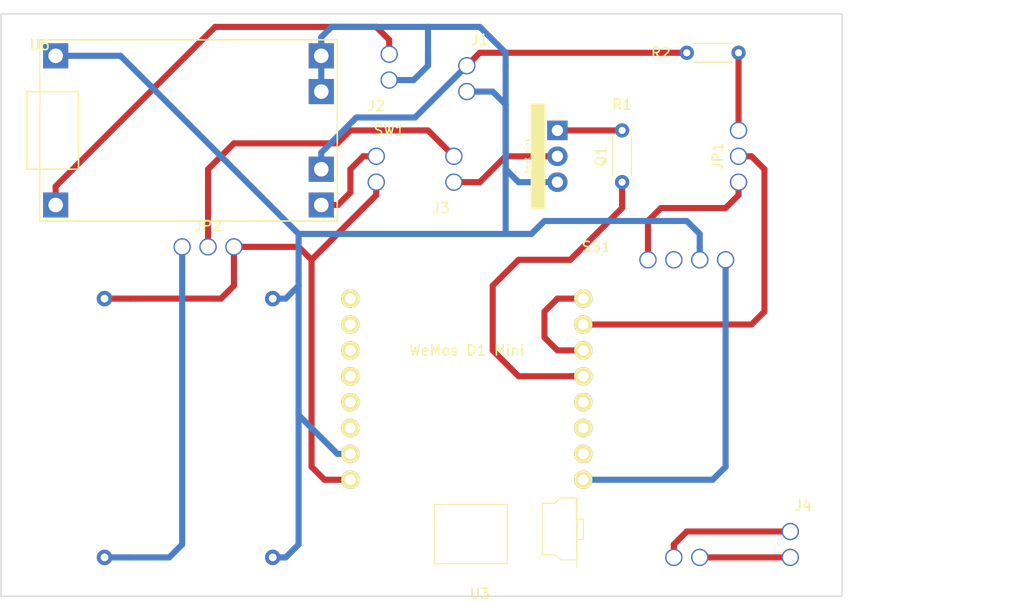
<source format=kicad_pcb>
(kicad_pcb (version 20171130) (host pcbnew "(5.0.2)-1")

  (general
    (thickness 1.6)
    (drawings 9)
    (tracks 117)
    (zones 0)
    (modules 14)
    (nets 18)
  )

  (page A4)
  (layers
    (0 F.Cu signal)
    (31 B.Cu power)
    (32 B.Adhes user)
    (33 F.Adhes user)
    (34 B.Paste user)
    (35 F.Paste user)
    (36 B.SilkS user)
    (37 F.SilkS user)
    (38 B.Mask user)
    (39 F.Mask user)
    (40 Dwgs.User user)
    (41 Cmts.User user)
    (42 Eco1.User user)
    (43 Eco2.User user)
    (44 Edge.Cuts user)
    (45 Margin user)
    (46 B.CrtYd user)
    (47 F.CrtYd user)
    (48 B.Fab user)
    (49 F.Fab user)
  )

  (setup
    (last_trace_width 0.6)
    (trace_clearance 0.4)
    (zone_clearance 0.508)
    (zone_45_only no)
    (trace_min 0.2)
    (segment_width 0.2)
    (edge_width 0.1)
    (via_size 0.8)
    (via_drill 0.4)
    (via_min_size 0.4)
    (via_min_drill 0.3)
    (uvia_size 0.3)
    (uvia_drill 0.1)
    (uvias_allowed no)
    (uvia_min_size 0.2)
    (uvia_min_drill 0.1)
    (pcb_text_width 0.3)
    (pcb_text_size 1.5 1.5)
    (mod_edge_width 0.15)
    (mod_text_size 1 1)
    (mod_text_width 0.15)
    (pad_size 1.5 1.5)
    (pad_drill 0.6)
    (pad_to_mask_clearance 0)
    (solder_mask_min_width 0.25)
    (aux_axis_origin 0 0)
    (visible_elements 7FFFFFFF)
    (pcbplotparams
      (layerselection 0x010fc_ffffffff)
      (usegerberextensions false)
      (usegerberattributes false)
      (usegerberadvancedattributes false)
      (creategerberjobfile false)
      (excludeedgelayer true)
      (linewidth 0.100000)
      (plotframeref false)
      (viasonmask false)
      (mode 1)
      (useauxorigin false)
      (hpglpennumber 1)
      (hpglpenspeed 20)
      (hpglpendiameter 15.000000)
      (psnegative false)
      (psa4output false)
      (plotreference true)
      (plotvalue true)
      (plotinvisibletext false)
      (padsonsilk false)
      (subtractmaskfromsilk false)
      (outputformat 1)
      (mirror false)
      (drillshape 1)
      (scaleselection 1)
      (outputdirectory ""))
  )

  (net 0 "")
  (net 1 "Net-(J1-Pad1)")
  (net 2 GND)
  (net 3 "Net-(J2-Pad2)")
  (net 4 "Net-(J3-Pad2)")
  (net 5 "Net-(J3-Pad1)")
  (net 6 "Net-(J4-Pad2)")
  (net 7 "Net-(J4-Pad1)")
  (net 8 "Net-(JP1-Pad3)")
  (net 9 "Net-(JP1-Pad2)")
  (net 10 "Net-(JP1-Pad1)")
  (net 11 "Net-(JP2-Pad1)")
  (net 12 "Net-(JP2-Pad3)")
  (net 13 "Net-(Q1-Pad1)")
  (net 14 "Net-(R1-Pad1)")
  (net 15 "Net-(SS1-Pad4)")
  (net 16 "Net-(SW1-Pad1)")
  (net 17 "Net-(U3-Pad11)")

  (net_class Default "This is the default net class."
    (clearance 0.4)
    (trace_width 0.6)
    (via_dia 0.8)
    (via_drill 0.4)
    (uvia_dia 0.3)
    (uvia_drill 0.1)
    (add_net GND)
    (add_net "Net-(J1-Pad1)")
    (add_net "Net-(J2-Pad2)")
    (add_net "Net-(J3-Pad1)")
    (add_net "Net-(J3-Pad2)")
    (add_net "Net-(J4-Pad1)")
    (add_net "Net-(J4-Pad2)")
    (add_net "Net-(JP1-Pad1)")
    (add_net "Net-(JP1-Pad2)")
    (add_net "Net-(JP1-Pad3)")
    (add_net "Net-(JP2-Pad1)")
    (add_net "Net-(JP2-Pad3)")
    (add_net "Net-(Q1-Pad1)")
    (add_net "Net-(R1-Pad1)")
    (add_net "Net-(SS1-Pad4)")
    (add_net "Net-(SW1-Pad1)")
    (add_net "Net-(U3-Pad11)")
  )

  (module Resistor_THT:R_Axial_DIN0204_L3.6mm_D1.6mm_P5.08mm_Horizontal (layer F.Cu) (tedit 5AE5139B) (tstamp 5C51D785)
    (at 76.2 33.02 90)
    (descr "Resistor, Axial_DIN0204 series, Axial, Horizontal, pin pitch=5.08mm, 0.167W, length*diameter=3.6*1.6mm^2, http://cdn-reichelt.de/documents/datenblatt/B400/1_4W%23YAG.pdf")
    (tags "Resistor Axial_DIN0204 series Axial Horizontal pin pitch 5.08mm 0.167W length 3.6mm diameter 1.6mm")
    (path /5C4F22D3)
    (fp_text reference R1 (at 7.62 0 180) (layer F.SilkS)
      (effects (font (size 1 1) (thickness 0.15)))
    )
    (fp_text value 5k (at 2.54 1.92 90) (layer F.Fab)
      (effects (font (size 1 1) (thickness 0.15)))
    )
    (fp_line (start 0.74 -0.8) (end 0.74 0.8) (layer F.Fab) (width 0.1))
    (fp_line (start 0.74 0.8) (end 4.34 0.8) (layer F.Fab) (width 0.1))
    (fp_line (start 4.34 0.8) (end 4.34 -0.8) (layer F.Fab) (width 0.1))
    (fp_line (start 4.34 -0.8) (end 0.74 -0.8) (layer F.Fab) (width 0.1))
    (fp_line (start 0 0) (end 0.74 0) (layer F.Fab) (width 0.1))
    (fp_line (start 5.08 0) (end 4.34 0) (layer F.Fab) (width 0.1))
    (fp_line (start 0.62 -0.92) (end 4.46 -0.92) (layer F.SilkS) (width 0.12))
    (fp_line (start 0.62 0.92) (end 4.46 0.92) (layer F.SilkS) (width 0.12))
    (fp_line (start -0.95 -1.05) (end -0.95 1.05) (layer F.CrtYd) (width 0.05))
    (fp_line (start -0.95 1.05) (end 6.03 1.05) (layer F.CrtYd) (width 0.05))
    (fp_line (start 6.03 1.05) (end 6.03 -1.05) (layer F.CrtYd) (width 0.05))
    (fp_line (start 6.03 -1.05) (end -0.95 -1.05) (layer F.CrtYd) (width 0.05))
    (fp_text user %R (at 2.54 0 90) (layer F.Fab)
      (effects (font (size 0.72 0.72) (thickness 0.108)))
    )
    (pad 1 thru_hole circle (at 0 0 90) (size 1.4 1.4) (drill 0.7) (layers *.Cu *.Mask)
      (net 14 "Net-(R1-Pad1)"))
    (pad 2 thru_hole oval (at 5.08 0 90) (size 1.4 1.4) (drill 0.7) (layers *.Cu *.Mask)
      (net 13 "Net-(Q1-Pad1)"))
    (model ${KISYS3DMOD}/Resistor_THT.3dshapes/R_Axial_DIN0204_L3.6mm_D1.6mm_P5.08mm_Horizontal.wrl
      (at (xyz 0 0 0))
      (scale (xyz 1 1 1))
      (rotate (xyz 0 0 0))
    )
  )

  (module Resistor_THT:R_Axial_DIN0204_L3.6mm_D1.6mm_P5.08mm_Horizontal (layer F.Cu) (tedit 5AE5139B) (tstamp 5C51D798)
    (at 82.55 20.32)
    (descr "Resistor, Axial_DIN0204 series, Axial, Horizontal, pin pitch=5.08mm, 0.167W, length*diameter=3.6*1.6mm^2, http://cdn-reichelt.de/documents/datenblatt/B400/1_4W%23YAG.pdf")
    (tags "Resistor Axial_DIN0204 series Axial Horizontal pin pitch 5.08mm 0.167W length 3.6mm diameter 1.6mm")
    (path /5C4F9DC6)
    (fp_text reference R2 (at -2.54 0) (layer F.SilkS)
      (effects (font (size 1 1) (thickness 0.15)))
    )
    (fp_text value 100k (at 2.54 1.92) (layer F.Fab)
      (effects (font (size 1 1) (thickness 0.15)))
    )
    (fp_text user %R (at 2.54 0) (layer F.Fab)
      (effects (font (size 0.72 0.72) (thickness 0.108)))
    )
    (fp_line (start 6.03 -1.05) (end -0.95 -1.05) (layer F.CrtYd) (width 0.05))
    (fp_line (start 6.03 1.05) (end 6.03 -1.05) (layer F.CrtYd) (width 0.05))
    (fp_line (start -0.95 1.05) (end 6.03 1.05) (layer F.CrtYd) (width 0.05))
    (fp_line (start -0.95 -1.05) (end -0.95 1.05) (layer F.CrtYd) (width 0.05))
    (fp_line (start 0.62 0.92) (end 4.46 0.92) (layer F.SilkS) (width 0.12))
    (fp_line (start 0.62 -0.92) (end 4.46 -0.92) (layer F.SilkS) (width 0.12))
    (fp_line (start 5.08 0) (end 4.34 0) (layer F.Fab) (width 0.1))
    (fp_line (start 0 0) (end 0.74 0) (layer F.Fab) (width 0.1))
    (fp_line (start 4.34 -0.8) (end 0.74 -0.8) (layer F.Fab) (width 0.1))
    (fp_line (start 4.34 0.8) (end 4.34 -0.8) (layer F.Fab) (width 0.1))
    (fp_line (start 0.74 0.8) (end 4.34 0.8) (layer F.Fab) (width 0.1))
    (fp_line (start 0.74 -0.8) (end 0.74 0.8) (layer F.Fab) (width 0.1))
    (pad 2 thru_hole oval (at 5.08 0) (size 1.4 1.4) (drill 0.7) (layers *.Cu *.Mask)
      (net 8 "Net-(JP1-Pad3)"))
    (pad 1 thru_hole circle (at 0 0) (size 1.4 1.4) (drill 0.7) (layers *.Cu *.Mask)
      (net 1 "Net-(J1-Pad1)"))
    (model ${KISYS3DMOD}/Resistor_THT.3dshapes/R_Axial_DIN0204_L3.6mm_D1.6mm_P5.08mm_Horizontal.wrl
      (at (xyz 0 0 0))
      (scale (xyz 1 1 1))
      (rotate (xyz 0 0 0))
    )
  )

  (module footprint:TP4056_v2 (layer F.Cu) (tedit 5C522318) (tstamp 5C52237F)
    (at 19.034581 19.05)
    (path /5C4FADB2)
    (fp_text reference U6 (at 0 0.5) (layer F.SilkS)
      (effects (font (size 1 1) (thickness 0.15)))
    )
    (fp_text value TP4056 (at 2.54 19.05) (layer F.Fab)
      (effects (font (size 1 1) (thickness 0.15)))
    )
    (fp_line (start 0 0) (end 29.21 0) (layer F.SilkS) (width 0.15))
    (fp_line (start 29.21 0) (end 29.21 17.78) (layer F.SilkS) (width 0.15))
    (fp_line (start 29.21 17.78) (end 0 17.78) (layer F.SilkS) (width 0.15))
    (fp_line (start 0 17.78) (end 0 0) (layer F.SilkS) (width 0.15))
    (fp_line (start 0 6.35) (end 0 5.08) (layer F.SilkS) (width 0.15))
    (fp_line (start 0 5.08) (end -1.27 5.08) (layer F.SilkS) (width 0.15))
    (fp_line (start -1.27 5.08) (end -1.27 12.7) (layer F.SilkS) (width 0.15))
    (fp_line (start -1.27 12.7) (end 3.81 12.7) (layer F.SilkS) (width 0.15))
    (fp_line (start 3.81 12.7) (end 3.81 5.08) (layer F.SilkS) (width 0.15))
    (fp_line (start 3.81 5.08) (end 0 5.08) (layer F.SilkS) (width 0.15))
    (pad 6 thru_hole rect (at 1.57 1.57) (size 2.46 2.46) (drill 1.43) (layers *.Cu *.Mask)
      (net 2 GND))
    (pad 5 thru_hole rect (at 1.57 16.21) (size 2.46 2.46) (drill 1.43) (layers *.Cu *.Mask)
      (net 3 "Net-(J2-Pad2)"))
    (pad 4 thru_hole rect (at 27.64 16.21) (size 2.46 2.46) (drill 1.43) (layers *.Cu *.Mask)
      (net 16 "Net-(SW1-Pad1)"))
    (pad 3 thru_hole rect (at 27.64 12.7) (size 2.46 2.46) (drill 1.43) (layers *.Cu *.Mask)
      (net 1 "Net-(J1-Pad1)"))
    (pad 1 thru_hole rect (at 27.64 1.57) (size 2.46 2.46) (drill 1.43) (layers *.Cu *.Mask)
      (net 2 GND))
    (pad 2 thru_hole rect (at 27.64 5.08) (size 2.46 2.46) (drill 1.43) (layers *.Cu *.Mask)
      (net 2 GND))
  )

  (module footprint:2p_connector_v2 (layer F.Cu) (tedit 5C5AE479) (tstamp 5C5D8D0C)
    (at 63.5 24.13 270)
    (path /5C554B8B)
    (fp_text reference J1 (at -5.08 1.27) (layer F.SilkS)
      (effects (font (size 1 1) (thickness 0.15)))
    )
    (fp_text value "To Battery" (at -1.27 5.08 270) (layer F.Fab)
      (effects (font (size 1 1) (thickness 0.15)))
    )
    (fp_line (start -3.81 1.27) (end 1.27 1.27) (layer F.CrtYd) (width 0.15))
    (fp_line (start 1.27 1.27) (end 1.27 3.81) (layer F.CrtYd) (width 0.15))
    (fp_line (start 1.27 3.81) (end -3.81 3.81) (layer F.CrtYd) (width 0.15))
    (fp_line (start -3.81 3.81) (end -3.81 1.27) (layer F.CrtYd) (width 0.15))
    (pad 1 thru_hole circle (at -2.54 2.54 270) (size 1.7 1.7) (drill 1.43) (layers *.Cu *.Mask)
      (net 1 "Net-(J1-Pad1)"))
    (pad 2 thru_hole circle (at 0 2.54 270) (size 1.7 1.7) (drill 1.43) (layers *.Cu *.Mask)
      (net 2 GND))
  )

  (module footprint:2p_connector_v2 (layer F.Cu) (tedit 5C5AE479) (tstamp 5C5D8D15)
    (at 50.8 20.457497 90)
    (path /5C4F9789)
    (fp_text reference J2 (at -5.08 1.27 180) (layer F.SilkS)
      (effects (font (size 1 1) (thickness 0.15)))
    )
    (fp_text value "Solar panel" (at -1.27 5.08 90) (layer F.Fab)
      (effects (font (size 1 1) (thickness 0.15)))
    )
    (fp_line (start -3.81 1.27) (end 1.27 1.27) (layer F.CrtYd) (width 0.15))
    (fp_line (start 1.27 1.27) (end 1.27 3.81) (layer F.CrtYd) (width 0.15))
    (fp_line (start 1.27 3.81) (end -3.81 3.81) (layer F.CrtYd) (width 0.15))
    (fp_line (start -3.81 3.81) (end -3.81 1.27) (layer F.CrtYd) (width 0.15))
    (pad 1 thru_hole circle (at -2.54 2.54 90) (size 1.7 1.7) (drill 1.43) (layers *.Cu *.Mask)
      (net 2 GND))
    (pad 2 thru_hole circle (at 0 2.54 90) (size 1.7 1.7) (drill 1.43) (layers *.Cu *.Mask)
      (net 3 "Net-(J2-Pad2)"))
  )

  (module footprint:2p_connector_v2 (layer F.Cu) (tedit 5C5AE479) (tstamp 5C5D8D1E)
    (at 57.15 30.48 90)
    (path /5C4F97F0)
    (fp_text reference J3 (at -5.08 1.27 180) (layer F.SilkS)
      (effects (font (size 1 1) (thickness 0.15)))
    )
    (fp_text value Valve (at -1.27 5.08 90) (layer F.Fab)
      (effects (font (size 1 1) (thickness 0.15)))
    )
    (fp_line (start -3.81 3.81) (end -3.81 1.27) (layer F.CrtYd) (width 0.15))
    (fp_line (start 1.27 3.81) (end -3.81 3.81) (layer F.CrtYd) (width 0.15))
    (fp_line (start 1.27 1.27) (end 1.27 3.81) (layer F.CrtYd) (width 0.15))
    (fp_line (start -3.81 1.27) (end 1.27 1.27) (layer F.CrtYd) (width 0.15))
    (pad 2 thru_hole circle (at 0 2.54 90) (size 1.7 1.7) (drill 1.43) (layers *.Cu *.Mask)
      (net 4 "Net-(J3-Pad2)"))
    (pad 1 thru_hole circle (at -2.54 2.54 90) (size 1.7 1.7) (drill 1.43) (layers *.Cu *.Mask)
      (net 5 "Net-(J3-Pad1)"))
  )

  (module footprint:2p_connector_v2 (layer F.Cu) (tedit 5C5AE479) (tstamp 5C5D8D27)
    (at 95.25 69.85 270)
    (path /5C4F9672)
    (fp_text reference J4 (at -5.08 1.27) (layer F.SilkS)
      (effects (font (size 1 1) (thickness 0.15)))
    )
    (fp_text value "Soil sensor" (at -1.27 5.08 270) (layer F.Fab)
      (effects (font (size 1 1) (thickness 0.15)))
    )
    (fp_line (start -3.81 3.81) (end -3.81 1.27) (layer F.CrtYd) (width 0.15))
    (fp_line (start 1.27 3.81) (end -3.81 3.81) (layer F.CrtYd) (width 0.15))
    (fp_line (start 1.27 1.27) (end 1.27 3.81) (layer F.CrtYd) (width 0.15))
    (fp_line (start -3.81 1.27) (end 1.27 1.27) (layer F.CrtYd) (width 0.15))
    (pad 2 thru_hole circle (at 0 2.54 270) (size 1.7 1.7) (drill 1.43) (layers *.Cu *.Mask)
      (net 6 "Net-(J4-Pad2)"))
    (pad 1 thru_hole circle (at -2.54 2.54 270) (size 1.7 1.7) (drill 1.43) (layers *.Cu *.Mask)
      (net 7 "Net-(J4-Pad1)"))
  )

  (module footprint:3p_switch_v2 (layer F.Cu) (tedit 5C5AE433) (tstamp 5C5D8D30)
    (at 85.09 30.48 90)
    (path /5C52F9B9)
    (fp_text reference JP1 (at 0 0.5 90) (layer F.SilkS)
      (effects (font (size 1 1) (thickness 0.15)))
    )
    (fp_text value Humidity/BatteryVolt (at 0 5.08 90) (layer F.Fab)
      (effects (font (size 1 1) (thickness 0.15)))
    )
    (fp_line (start -3.81 3.81) (end -3.81 1.27) (layer F.CrtYd) (width 0.15))
    (fp_line (start 3.81 3.81) (end -3.81 3.81) (layer F.CrtYd) (width 0.15))
    (fp_line (start 3.81 1.27) (end 3.81 3.81) (layer F.CrtYd) (width 0.15))
    (fp_line (start -3.81 1.27) (end 3.81 1.27) (layer F.CrtYd) (width 0.15))
    (pad 3 thru_hole circle (at 2.54 2.54 90) (size 1.7 1.7) (drill 1.43) (layers *.Cu *.Mask)
      (net 8 "Net-(JP1-Pad3)"))
    (pad 2 thru_hole circle (at 0 2.54 90) (size 1.7 1.7) (drill 1.43) (layers *.Cu *.Mask)
      (net 9 "Net-(JP1-Pad2)"))
    (pad 1 thru_hole circle (at -2.54 2.54 90) (size 1.7 1.7) (drill 1.43) (layers *.Cu *.Mask)
      (net 10 "Net-(JP1-Pad1)"))
  )

  (module footprint:3p_switch_v2 (layer F.Cu) (tedit 5C5AE433) (tstamp 5C5D8D3A)
    (at 35.56 36.83)
    (path /5C52F931)
    (fp_text reference JP2 (at 0 0.5) (layer F.SilkS)
      (effects (font (size 1 1) (thickness 0.15)))
    )
    (fp_text value "5V/12V Valve" (at 0 5.08) (layer F.Fab)
      (effects (font (size 1 1) (thickness 0.15)))
    )
    (fp_line (start -3.81 1.27) (end 3.81 1.27) (layer F.CrtYd) (width 0.15))
    (fp_line (start 3.81 1.27) (end 3.81 3.81) (layer F.CrtYd) (width 0.15))
    (fp_line (start 3.81 3.81) (end -3.81 3.81) (layer F.CrtYd) (width 0.15))
    (fp_line (start -3.81 3.81) (end -3.81 1.27) (layer F.CrtYd) (width 0.15))
    (pad 1 thru_hole circle (at -2.54 2.54) (size 1.7 1.7) (drill 1.43) (layers *.Cu *.Mask)
      (net 11 "Net-(JP2-Pad1)"))
    (pad 2 thru_hole circle (at 0 2.54) (size 1.7 1.7) (drill 1.43) (layers *.Cu *.Mask)
      (net 4 "Net-(J3-Pad2)"))
    (pad 3 thru_hole circle (at 2.54 2.54) (size 1.7 1.7) (drill 1.43) (layers *.Cu *.Mask)
      (net 12 "Net-(JP2-Pad3)"))
  )

  (module footprint:TIP120_v4 (layer F.Cu) (tedit 5C5AED2E) (tstamp 5C5D8D44)
    (at 69.85 27.94 270)
    (descr "TO-220-3, Vertical, RM 2.54mm, see https://www.vishay.com/docs/66542/to-220-1.pdf")
    (tags "TO-220-3 Vertical RM 2.54mm")
    (path /5C4F21EB)
    (fp_text reference Q1 (at 2.54 -4.27 270) (layer F.SilkS)
      (effects (font (size 1 1) (thickness 0.15)))
    )
    (fp_text value TIP120 (at 2.54 -2.54 270) (layer F.Fab)
      (effects (font (size 1 1) (thickness 0.15)))
    )
    (fp_text user "heat sink" (at 2.5 2.97 270) (layer F.SilkS)
      (effects (font (size 0.5 0.5) (thickness 0.06)))
    )
    (fp_line (start 7.62 -1.27) (end -2.54 -1.27) (layer F.CrtYd) (width 0.15))
    (fp_line (start -2.54 2.54) (end 7.62 2.54) (layer F.CrtYd) (width 0.15))
    (fp_line (start -2.54 2.54) (end 7.62 2.54) (layer F.SilkS) (width 0.15))
    (fp_line (start -2.54 1.27) (end -2.54 2.54) (layer F.SilkS) (width 0.15))
    (fp_line (start 7.62 1.27) (end -2.54 1.27) (layer F.SilkS) (width 0.15))
    (fp_poly (pts (xy 7.62 1.27) (xy -2.54 1.27) (xy -2.54 2.54) (xy 7.62 2.54)) (layer F.SilkS) (width 0.15))
    (fp_line (start -2.54 1.27) (end 7.62 1.27) (layer F.SilkS) (width 0.15))
    (fp_line (start -2.54 2.54) (end -2.54 -1.27) (layer F.CrtYd) (width 0.15))
    (fp_line (start 7.62 -1.27) (end 7.62 2.54) (layer F.CrtYd) (width 0.15))
    (fp_text user %R (at 2.54 -4.27 270) (layer F.Fab)
      (effects (font (size 1 1) (thickness 0.15)))
    )
    (pad 3 thru_hole oval (at 5.08 0 270) (size 1.905 2) (drill 1.1) (layers *.Cu *.Mask)
      (net 2 GND))
    (pad 2 thru_hole oval (at 2.54 0 270) (size 1.905 2) (drill 1.1) (layers *.Cu *.Mask)
      (net 5 "Net-(J3-Pad1)"))
    (pad 1 thru_hole rect (at 0 0 270) (size 1.905 2) (drill 1.1) (layers *.Cu *.Mask)
      (net 13 "Net-(Q1-Pad1)"))
    (model ${KISYS3DMOD}/Package_TO_SOT_THT.3dshapes/TO-220-3_Vertical.wrl
      (at (xyz 0 0 0))
      (scale (xyz 1 1 1))
      (rotate (xyz 0 0 0))
    )
  )

  (module "footprint:Soil sensor_v3" (layer F.Cu) (tedit 5C5AE25D) (tstamp 5C5D8D55)
    (at 76.2 38.1)
    (path /5C4FA314)
    (fp_text reference SS1 (at -2.54 1.27) (layer F.SilkS)
      (effects (font (size 1 1) (thickness 0.15)))
    )
    (fp_text value SOIL_SENSOR (at 6.35 -1.27) (layer F.Fab)
      (effects (font (size 1 1) (thickness 0.15)))
    )
    (fp_line (start 0 1.27) (end 12.7 1.27) (layer F.CrtYd) (width 0.15))
    (fp_line (start 12.7 1.27) (end 12.7 33.02) (layer F.CrtYd) (width 0.15))
    (fp_line (start 12.7 33.02) (end 0 33.02) (layer F.CrtYd) (width 0.15))
    (fp_line (start 0 33.02) (end 0 1.27) (layer F.CrtYd) (width 0.15))
    (pad 1 thru_hole circle (at 2.54 2.54) (size 1.7 1.7) (drill 1.43) (layers *.Cu *.Mask)
      (net 10 "Net-(JP1-Pad1)"))
    (pad 2 thru_hole circle (at 5.08 2.54) (size 1.7 1.7) (drill 1.43) (layers *.Cu *.Mask))
    (pad 3 thru_hole circle (at 7.62 2.54) (size 1.7 1.7) (drill 1.43) (layers *.Cu *.Mask)
      (net 2 GND))
    (pad 4 thru_hole circle (at 10.16 2.54) (size 1.7 1.7) (drill 1.43) (layers *.Cu *.Mask)
      (net 15 "Net-(SS1-Pad4)"))
    (pad 5 thru_hole circle (at 5.08 31.75) (size 1.7 1.7) (drill 1.43) (layers *.Cu *.Mask)
      (net 7 "Net-(J4-Pad1)"))
    (pad 6 thru_hole circle (at 7.62 31.75) (size 1.7 1.7) (drill 1.43) (layers *.Cu *.Mask)
      (net 6 "Net-(J4-Pad2)"))
  )

  (module footprint:2p_connector_v2 (layer F.Cu) (tedit 5C5AE479) (tstamp 5C5D8D62)
    (at 54.61 33.02 270)
    (path /5C4F30A2)
    (fp_text reference SW1 (at -5.08 1.27) (layer F.SilkS)
      (effects (font (size 1 1) (thickness 0.15)))
    )
    (fp_text value ON/OFF (at -1.27 5.08 270) (layer F.Fab)
      (effects (font (size 1 1) (thickness 0.15)))
    )
    (fp_line (start -3.81 1.27) (end 1.27 1.27) (layer F.CrtYd) (width 0.15))
    (fp_line (start 1.27 1.27) (end 1.27 3.81) (layer F.CrtYd) (width 0.15))
    (fp_line (start 1.27 3.81) (end -3.81 3.81) (layer F.CrtYd) (width 0.15))
    (fp_line (start -3.81 3.81) (end -3.81 1.27) (layer F.CrtYd) (width 0.15))
    (pad 1 thru_hole circle (at -2.54 2.54 270) (size 1.7 1.7) (drill 1.43) (layers *.Cu *.Mask)
      (net 16 "Net-(SW1-Pad1)"))
    (pad 2 thru_hole circle (at 0 2.54 270) (size 1.7 1.7) (drill 1.43) (layers *.Cu *.Mask)
      (net 12 "Net-(JP2-Pad3)"))
  )

  (module footprint:5-12V_DCDCv4 (layer F.Cu) (tedit 5C5AE072) (tstamp 5C5D8D6B)
    (at 25.4 44.45)
    (path /5C53EC4A)
    (fp_text reference U1 (at 0 -3.81) (layer F.SilkS) hide
      (effects (font (size 1 1) (thickness 0.15)))
    )
    (fp_text value 5-12V_DCDC_Converter (at -2.54 11.43 90) (layer F.Fab)
      (effects (font (size 1 1) (thickness 0.15)))
    )
    (fp_line (start -1.27 -1.27) (end 15.24 -1.27) (layer F.CrtYd) (width 0.15))
    (fp_line (start 17.78 -1.27) (end 17.78 26.67) (layer F.CrtYd) (width 0.15))
    (fp_line (start 15.24 26.67) (end -1.27 26.67) (layer F.CrtYd) (width 0.15))
    (fp_line (start -1.27 26.67) (end -1.27 -1.27) (layer F.CrtYd) (width 0.15))
    (fp_line (start 17.78 26.67) (end 15.24 26.67) (layer F.CrtYd) (width 0.15))
    (fp_line (start 17.78 -1.27) (end 15.24 -1.27) (layer F.CrtYd) (width 0.15))
    (fp_text user GND_OUT (at 19.05 24.13 90) (layer F.Fab)
      (effects (font (size 1 1) (thickness 0.15)))
    )
    (fp_text user GND_IN (at 19.05 0 90) (layer F.Fab)
      (effects (font (size 1 1) (thickness 0.15)))
    )
    (fp_text user VCC_OUT (at -2.54 24.13 90) (layer F.Fab)
      (effects (font (size 1 1) (thickness 0.15)))
    )
    (fp_text user VCC_IN (at -2.54 0 90) (layer F.Fab)
      (effects (font (size 1 1) (thickness 0.15)))
    )
    (pad 1 thru_hole circle (at 0 25.4) (size 1.524 1.524) (drill 0.762) (layers *.Cu *.Mask)
      (net 11 "Net-(JP2-Pad1)"))
    (pad 2 thru_hole circle (at 0 0) (size 1.524 1.524) (drill 0.762) (layers *.Cu *.Mask)
      (net 12 "Net-(JP2-Pad3)"))
    (pad 3 thru_hole circle (at 16.51 0) (size 1.524 1.524) (drill 0.762) (layers *.Cu *.Mask)
      (net 2 GND))
    (pad 4 thru_hole circle (at 16.51 25.4) (size 1.524 1.524) (drill 0.762) (layers *.Cu *.Mask)
      (net 2 GND))
  )

  (module wemos_d1_mini:D1_mini_board_v4 (layer F.Cu) (tedit 5C5AE920) (tstamp 5C5D8D7C)
    (at 60.96 54.61)
    (path /5C4F9AC3)
    (fp_text reference U3 (at 1.27 18.81) (layer F.SilkS)
      (effects (font (size 1 1) (thickness 0.15)))
    )
    (fp_text value WeMos_mini (at 1.27 -19.05) (layer F.Fab)
      (effects (font (size 1 1) (thickness 0.15)))
    )
    (fp_text user "WeMos D1 Mini" (at 0 -5.08) (layer F.SilkS)
      (effects (font (size 1 1) (thickness 0.15)))
    )
    (fp_line (start 10.83248 9.424181) (end 10.802686 16.232524) (layer F.SilkS) (width 0.1))
    (fp_line (start -3.17965 10.051451) (end 3.959931 10.051451) (layer F.SilkS) (width 0.1))
    (fp_line (start 3.959931 10.051451) (end 3.959931 15.865188) (layer F.SilkS) (width 0.1))
    (fp_line (start 3.959931 15.865188) (end -3.17965 15.865188) (layer F.SilkS) (width 0.1))
    (fp_line (start -3.17965 15.865188) (end -3.17965 10.051451) (layer F.SilkS) (width 0.1))
    (fp_line (start 10.7436 9.402349) (end 9.191378 9.402349) (layer F.SilkS) (width 0.1))
    (fp_line (start 9.191378 9.402349) (end 8.662211 9.931515) (layer F.SilkS) (width 0.1))
    (fp_line (start 8.662211 9.931515) (end 7.40985 9.931515) (layer F.SilkS) (width 0.1))
    (fp_line (start 7.40985 9.931515) (end 7.40985 14.993876) (layer F.SilkS) (width 0.1))
    (fp_line (start 7.40985 14.993876) (end 8.697489 14.993876) (layer F.SilkS) (width 0.1))
    (fp_line (start 8.697489 14.993876) (end 9.226656 15.487765) (layer F.SilkS) (width 0.1))
    (fp_line (start 9.226656 15.487765) (end 10.796517 15.487765) (layer F.SilkS) (width 0.1))
    (fp_line (start 10.796517 15.487765) (end 10.7436 9.402349) (layer F.SilkS) (width 0.1))
    (fp_line (start 10.778878 11.483738) (end 11.431517 11.483738) (layer F.SilkS) (width 0.1))
    (fp_line (start 11.431517 11.483738) (end 11.431517 13.476932) (layer F.SilkS) (width 0.1))
    (fp_line (start 11.431517 13.476932) (end 10.814156 13.476932) (layer F.SilkS) (width 0.1))
    (fp_line (start -12.7 16.51) (end 11.43 16.51) (layer F.CrtYd) (width 0.15))
    (fp_line (start 11.43 16.51) (end 11.43 10.16) (layer F.CrtYd) (width 0.15))
    (fp_line (start 11.43 10.16) (end 12.7 8.89) (layer F.CrtYd) (width 0.15))
    (fp_line (start 12.7 8.89) (end 12.7 -13.97) (layer F.CrtYd) (width 0.15))
    (fp_line (start 8.89 -17.78) (end -8.89 -17.78) (layer F.CrtYd) (width 0.15))
    (fp_line (start -12.7 -13.97) (end -12.7 16.51) (layer F.CrtYd) (width 0.15))
    (fp_arc (start -8.89 -13.97) (end -8.89 -17.78) (angle -90) (layer F.CrtYd) (width 0.15))
    (fp_arc (start 8.89 -13.97) (end 12.7 -13.97) (angle -90) (layer F.CrtYd) (width 0.15))
    (fp_text user RST (at 15.24 -10.16) (layer F.Fab)
      (effects (font (size 1 1) (thickness 0.15)))
    )
    (fp_text user 3V3 (at 15.24 7.62) (layer F.Fab)
      (effects (font (size 1 1) (thickness 0.15)))
    )
    (fp_text user 5V (at -15.24 7.62) (layer F.Fab)
      (effects (font (size 1 1) (thickness 0.15)))
    )
    (fp_text user GND (at -15.24 5.08) (layer F.Fab)
      (effects (font (size 1 1) (thickness 0.15)))
    )
    (fp_text user A0 (at 15.24 -7.62) (layer F.Fab)
      (effects (font (size 1 1) (thickness 0.15)))
    )
    (pad 8 thru_hole circle (at -11.43 -10.16) (size 1.8 1.8) (drill 1.016) (layers *.Cu *.Mask F.SilkS))
    (pad 7 thru_hole circle (at -11.43 -7.62) (size 1.8 1.8) (drill 1.016) (layers *.Cu *.Mask F.SilkS))
    (pad 6 thru_hole circle (at -11.43 -5.08) (size 1.8 1.8) (drill 1.016) (layers *.Cu *.Mask F.SilkS))
    (pad 5 thru_hole circle (at -11.43 -2.54) (size 1.8 1.8) (drill 1.016) (layers *.Cu *.Mask F.SilkS))
    (pad 4 thru_hole circle (at -11.43 0) (size 1.8 1.8) (drill 1.016) (layers *.Cu *.Mask F.SilkS))
    (pad 3 thru_hole circle (at -11.43 2.54) (size 1.8 1.8) (drill 1.016) (layers *.Cu *.Mask F.SilkS))
    (pad 2 thru_hole circle (at -11.43 5.08) (size 1.8 1.8) (drill 1.016) (layers *.Cu *.Mask F.SilkS)
      (net 2 GND))
    (pad 1 thru_hole circle (at -11.43 7.62) (size 1.8 1.8) (drill 1.016) (layers *.Cu *.Mask F.SilkS)
      (net 12 "Net-(JP2-Pad3)"))
    (pad 16 thru_hole circle (at 11.43 7.62) (size 1.8 1.8) (drill 1.016) (layers *.Cu *.Mask F.SilkS)
      (net 15 "Net-(SS1-Pad4)"))
    (pad 15 thru_hole circle (at 11.43 5.08) (size 1.8 1.8) (drill 1.016) (layers *.Cu *.Mask F.SilkS))
    (pad 14 thru_hole circle (at 11.43 2.54) (size 1.8 1.8) (drill 1.016) (layers *.Cu *.Mask F.SilkS))
    (pad 13 thru_hole circle (at 11.43 0) (size 1.8 1.8) (drill 1.016) (layers *.Cu *.Mask F.SilkS))
    (pad 12 thru_hole circle (at 11.43 -2.54) (size 1.8 1.8) (drill 1.016) (layers *.Cu *.Mask F.SilkS)
      (net 14 "Net-(R1-Pad1)"))
    (pad 11 thru_hole circle (at 11.43 -5.08) (size 1.8 1.8) (drill 1.016) (layers *.Cu *.Mask F.SilkS)
      (net 17 "Net-(U3-Pad11)"))
    (pad 10 thru_hole circle (at 11.43 -7.62) (size 1.8 1.8) (drill 1.016) (layers *.Cu *.Mask F.SilkS)
      (net 9 "Net-(JP1-Pad2)"))
    (pad 9 thru_hole circle (at 11.43 -10.16) (size 1.8 1.8) (drill 1.016) (layers *.Cu *.Mask F.SilkS)
      (net 17 "Net-(U3-Pad11)"))
  )

  (gr_line (start 15.24 15.24) (end 115.57 15.24) (layer Eco2.User) (width 0.2))
  (gr_line (start 15.24 73.66) (end 15.24 16.51) (layer Edge.Cuts) (width 0.1))
  (gr_line (start 97.79 73.66) (end 15.24 73.66) (layer Edge.Cuts) (width 0.1))
  (gr_line (start 97.79 16.51) (end 97.79 73.66) (layer Edge.Cuts) (width 0.1))
  (gr_line (start 15.24 16.51) (end 97.79 16.51) (layer Edge.Cuts) (width 0.1))
  (gr_line (start 17.78 17.78) (end 97.79 17.78) (layer Margin) (width 0.2))
  (gr_line (start 97.79 17.78) (end 97.79 72.39) (layer Margin) (width 0.2))
  (gr_line (start 17.78 72.39) (end 17.78 17.78) (layer Margin) (width 0.2))
  (gr_line (start 97.79 72.39) (end 17.78 72.39) (layer Margin) (width 0.2))

  (segment (start 82.55 20.32) (end 62.23 20.32) (width 0.6) (layer F.Cu) (net 1) (status 10))
  (segment (start 62.23 20.32) (end 60.96 21.59) (width 0.6) (layer F.Cu) (net 1) (status 20))
  (segment (start 46.674581 30.12) (end 46.674581 31.75) (width 0.6) (layer B.Cu) (net 1) (status 20))
  (segment (start 50.124581 26.67) (end 46.674581 30.12) (width 0.6) (layer B.Cu) (net 1))
  (segment (start 60.96 21.59) (end 55.88 26.67) (width 0.6) (layer B.Cu) (net 1) (status 10))
  (segment (start 55.88 26.67) (end 50.124581 26.67) (width 0.6) (layer B.Cu) (net 1))
  (segment (start 60.96 24.13) (end 63.5 24.13) (width 0.6) (layer B.Cu) (net 2) (status 10))
  (segment (start 69.85 33.02) (end 66.04 33.02) (width 0.6) (layer B.Cu) (net 2) (status 10))
  (segment (start 66.04 33.02) (end 64.77 31.75) (width 0.6) (layer B.Cu) (net 2))
  (segment (start 64.77 31.75) (end 64.77 25.4) (width 0.6) (layer B.Cu) (net 2))
  (segment (start 64.77 21.59) (end 64.77 20.32) (width 0.6) (layer B.Cu) (net 2))
  (segment (start 64.77 20.32) (end 63.5 19.05) (width 0.6) (layer B.Cu) (net 2))
  (segment (start 49.53 59.69) (end 48.26 59.69) (width 0.6) (layer B.Cu) (net 2) (status 10))
  (segment (start 48.26 59.69) (end 46.99 58.42) (width 0.6) (layer B.Cu) (net 2))
  (segment (start 48.26 38.1) (end 44.45 38.1) (width 0.6) (layer B.Cu) (net 2))
  (segment (start 46.837084 20.457497) (end 46.674581 20.62) (width 0.6) (layer F.Cu) (net 2) (status 30))
  (segment (start 46.674581 24.13) (end 46.674581 20.62) (width 0.6) (layer B.Cu) (net 2) (status 30))
  (segment (start 26.97 20.62) (end 20.604581 20.62) (width 0.6) (layer B.Cu) (net 2) (status 20))
  (segment (start 44.45 38.1) (end 26.97 20.62) (width 0.6) (layer B.Cu) (net 2))
  (segment (start 64.77 21.59) (end 64.77 25.4) (width 0.6) (layer B.Cu) (net 2))
  (segment (start 64.77 25.4) (end 64.77 38.1) (width 0.6) (layer B.Cu) (net 2))
  (segment (start 48.26 38.1) (end 64.77 38.1) (width 0.6) (layer B.Cu) (net 2))
  (segment (start 63.5 24.13) (end 64.77 25.4) (width 0.6) (layer B.Cu) (net 2))
  (segment (start 83.82 38.1) (end 83.82 39.37) (width 0.6) (layer B.Cu) (net 2))
  (segment (start 82.55 36.83) (end 83.82 38.1) (width 0.6) (layer B.Cu) (net 2))
  (segment (start 68.58 36.83) (end 82.55 36.83) (width 0.6) (layer B.Cu) (net 2))
  (segment (start 64.77 38.1) (end 67.31 38.1) (width 0.6) (layer B.Cu) (net 2))
  (segment (start 67.31 38.1) (end 68.58 36.83) (width 0.6) (layer B.Cu) (net 2))
  (segment (start 62.23 17.78) (end 63.5 19.05) (width 0.6) (layer B.Cu) (net 2))
  (segment (start 47.684581 17.78) (end 48.26 17.78) (width 0.6) (layer B.Cu) (net 2))
  (segment (start 46.674581 18.79) (end 47.684581 17.78) (width 0.6) (layer B.Cu) (net 2))
  (segment (start 46.674581 20.62) (end 46.674581 18.79) (width 0.6) (layer B.Cu) (net 2) (status 10))
  (segment (start 57.15 21.59) (end 57.15 20.32) (width 0.6) (layer B.Cu) (net 2))
  (segment (start 55.742503 22.997497) (end 57.15 21.59) (width 0.6) (layer B.Cu) (net 2))
  (segment (start 53.34 22.997497) (end 55.742503 22.997497) (width 0.6) (layer B.Cu) (net 2) (status 10))
  (segment (start 57.15 21.59) (end 57.15 17.78) (width 0.6) (layer B.Cu) (net 2))
  (segment (start 62.23 17.78) (end 57.15 17.78) (width 0.6) (layer B.Cu) (net 2))
  (segment (start 57.15 17.78) (end 48.26 17.78) (width 0.6) (layer B.Cu) (net 2))
  (segment (start 44.45 38.1) (end 44.45 41.91) (width 0.6) (layer B.Cu) (net 2))
  (segment (start 46.99 58.42) (end 44.45 55.88) (width 0.6) (layer B.Cu) (net 2))
  (segment (start 83.82 39.37) (end 83.82 40.64) (width 0.6) (layer B.Cu) (net 2))
  (segment (start 44.45 55.88) (end 44.45 44.45) (width 0.6) (layer B.Cu) (net 2))
  (segment (start 44.45 43.18) (end 43.18 44.45) (width 0.6) (layer B.Cu) (net 2))
  (segment (start 44.45 43.18) (end 44.45 44.45) (width 0.6) (layer B.Cu) (net 2))
  (segment (start 44.45 41.91) (end 44.45 43.18) (width 0.6) (layer B.Cu) (net 2))
  (segment (start 43.18 44.45) (end 41.91 44.45) (width 0.6) (layer B.Cu) (net 2))
  (segment (start 44.45 55.88) (end 44.45 68.58) (width 0.6) (layer B.Cu) (net 2))
  (segment (start 44.45 68.58) (end 43.18 69.85) (width 0.6) (layer B.Cu) (net 2))
  (segment (start 43.18 69.85) (end 41.91 69.85) (width 0.6) (layer B.Cu) (net 2))
  (segment (start 20.604581 33.43) (end 36.254581 17.78) (width 0.6) (layer F.Cu) (net 3))
  (segment (start 20.604581 35.26) (end 20.604581 33.43) (width 0.6) (layer F.Cu) (net 3) (status 10))
  (segment (start 52.07 17.78) (end 53.34 19.05) (width 0.6) (layer F.Cu) (net 3))
  (segment (start 53.34 19.05) (end 53.34 20.457497) (width 0.6) (layer F.Cu) (net 3) (status 20))
  (segment (start 46.99 17.78) (end 52.07 17.78) (width 0.6) (layer F.Cu) (net 3))
  (segment (start 36.254581 17.78) (end 46.99 17.78) (width 0.6) (layer F.Cu) (net 3))
  (segment (start 35.56 39.37) (end 35.56 31.75) (width 0.6) (layer F.Cu) (net 4) (status 10))
  (segment (start 35.56 31.75) (end 38.1 29.21) (width 0.6) (layer F.Cu) (net 4))
  (segment (start 38.1 29.21) (end 48.26 29.21) (width 0.6) (layer F.Cu) (net 4))
  (segment (start 48.26 29.21) (end 49.53 27.94) (width 0.6) (layer F.Cu) (net 4))
  (segment (start 57.15 27.94) (end 59.69 30.48) (width 0.6) (layer F.Cu) (net 4) (status 20))
  (segment (start 49.53 27.94) (end 57.15 27.94) (width 0.6) (layer F.Cu) (net 4))
  (segment (start 59.69 33.02) (end 62.23 33.02) (width 0.6) (layer F.Cu) (net 5) (status 10))
  (segment (start 64.77 30.48) (end 69.85 30.48) (width 0.6) (layer F.Cu) (net 5) (status 20))
  (segment (start 62.23 33.02) (end 64.77 30.48) (width 0.6) (layer F.Cu) (net 5))
  (segment (start 83.82 69.85) (end 92.71 69.85) (width 0.6) (layer F.Cu) (net 6) (status 30))
  (segment (start 81.28 69.85) (end 81.28 68.58) (width 0.6) (layer F.Cu) (net 7) (status 10))
  (segment (start 81.28 68.58) (end 82.55 67.31) (width 0.6) (layer F.Cu) (net 7))
  (segment (start 82.55 67.31) (end 92.71 67.31) (width 0.6) (layer F.Cu) (net 7) (status 20))
  (segment (start 87.63 27.94) (end 87.63 20.32) (width 0.6) (layer F.Cu) (net 8) (status 30))
  (segment (start 88.9 30.48) (end 87.63 30.48) (width 0.6) (layer F.Cu) (net 9) (status 20))
  (segment (start 90.17 31.75) (end 88.9 30.48) (width 0.6) (layer F.Cu) (net 9))
  (segment (start 90.17 45.72) (end 90.17 31.75) (width 0.6) (layer F.Cu) (net 9))
  (segment (start 72.39 46.99) (end 88.9 46.99) (width 0.6) (layer F.Cu) (net 9) (status 10))
  (segment (start 88.9 46.99) (end 90.17 45.72) (width 0.6) (layer F.Cu) (net 9))
  (segment (start 78.74 36.83) (end 78.74 39.37) (width 0.6) (layer F.Cu) (net 10))
  (segment (start 80.01 35.56) (end 78.74 36.83) (width 0.6) (layer F.Cu) (net 10))
  (segment (start 86.36 35.56) (end 80.01 35.56) (width 0.6) (layer F.Cu) (net 10))
  (segment (start 87.63 33.02) (end 87.63 34.29) (width 0.6) (layer F.Cu) (net 10) (status 10))
  (segment (start 87.63 34.29) (end 86.36 35.56) (width 0.6) (layer F.Cu) (net 10))
  (segment (start 78.74 39.37) (end 78.74 40.64) (width 0.6) (layer F.Cu) (net 10))
  (segment (start 31.75 69.85) (end 27.94 69.85) (width 0.6) (layer B.Cu) (net 11) (status 20))
  (segment (start 33.02 39.37) (end 33.02 68.58) (width 0.6) (layer B.Cu) (net 11) (status 10))
  (segment (start 33.02 68.58) (end 31.75 69.85) (width 0.6) (layer B.Cu) (net 11))
  (segment (start 27.94 69.85) (end 25.4 69.85) (width 0.6) (layer B.Cu) (net 11))
  (segment (start 44.45 39.37) (end 38.1 39.37) (width 0.6) (layer F.Cu) (net 12) (status 20))
  (segment (start 45.72 40.64) (end 44.45 39.37) (width 0.6) (layer F.Cu) (net 12))
  (segment (start 45.72 60.96) (end 45.72 40.64) (width 0.6) (layer F.Cu) (net 12))
  (segment (start 49.53 62.23) (end 46.99 62.23) (width 0.6) (layer F.Cu) (net 12) (status 10))
  (segment (start 46.99 62.23) (end 45.72 60.96) (width 0.6) (layer F.Cu) (net 12))
  (segment (start 45.72 40.64) (end 52.07 34.29) (width 0.6) (layer F.Cu) (net 12))
  (segment (start 52.07 34.29) (end 52.07 33.02) (width 0.6) (layer F.Cu) (net 12) (status 20))
  (segment (start 27.94 44.45) (end 36.83 44.45) (width 0.6) (layer F.Cu) (net 12) (status 10))
  (segment (start 36.83 44.45) (end 38.1 43.18) (width 0.6) (layer F.Cu) (net 12))
  (segment (start 38.1 43.18) (end 38.1 39.37) (width 0.6) (layer F.Cu) (net 12) (status 20))
  (segment (start 27.94 44.45) (end 25.4 44.45) (width 0.6) (layer F.Cu) (net 12))
  (segment (start 69.85 27.94) (end 76.2 27.94) (width 0.6) (layer F.Cu) (net 13) (status 30))
  (segment (start 72.39 52.07) (end 71.12 52.07) (width 0.6) (layer F.Cu) (net 14) (status 10))
  (segment (start 76.2 33.02) (end 76.2 35.56) (width 0.6) (layer F.Cu) (net 14) (status 10))
  (segment (start 76.2 35.56) (end 71.12 40.64) (width 0.6) (layer F.Cu) (net 14))
  (segment (start 71.12 40.64) (end 66.04 40.64) (width 0.6) (layer F.Cu) (net 14))
  (segment (start 66.04 40.64) (end 63.5 43.18) (width 0.6) (layer F.Cu) (net 14))
  (segment (start 63.5 43.18) (end 63.5 49.53) (width 0.6) (layer F.Cu) (net 14))
  (segment (start 66.04 52.07) (end 72.39 52.07) (width 0.6) (layer F.Cu) (net 14) (status 20))
  (segment (start 63.5 49.53) (end 66.04 52.07) (width 0.6) (layer F.Cu) (net 14))
  (segment (start 72.39 62.23) (end 85.09 62.23) (width 0.6) (layer B.Cu) (net 15) (status 10))
  (segment (start 85.09 62.23) (end 86.36 60.96) (width 0.6) (layer B.Cu) (net 15))
  (segment (start 86.36 60.96) (end 86.36 40.64) (width 0.6) (layer B.Cu) (net 15))
  (segment (start 52.07 30.48) (end 50.8 30.48) (width 0.6) (layer F.Cu) (net 16) (status 10))
  (segment (start 50.8 30.48) (end 49.53 31.75) (width 0.6) (layer F.Cu) (net 16))
  (segment (start 48.304581 35.26) (end 46.674581 35.26) (width 0.6) (layer F.Cu) (net 16) (status 20))
  (segment (start 49.53 34.034581) (end 48.304581 35.26) (width 0.6) (layer F.Cu) (net 16))
  (segment (start 49.53 31.75) (end 49.53 34.034581) (width 0.6) (layer F.Cu) (net 16))
  (segment (start 72.39 49.53) (end 69.85 49.53) (width 0.6) (layer F.Cu) (net 17) (status 10))
  (segment (start 69.85 49.53) (end 68.58 48.26) (width 0.6) (layer F.Cu) (net 17))
  (segment (start 68.58 48.26) (end 68.58 45.72) (width 0.6) (layer F.Cu) (net 17))
  (segment (start 68.58 45.72) (end 69.85 44.45) (width 0.6) (layer F.Cu) (net 17))
  (segment (start 69.85 44.45) (end 72.39 44.45) (width 0.6) (layer F.Cu) (net 17) (status 20))

)

</source>
